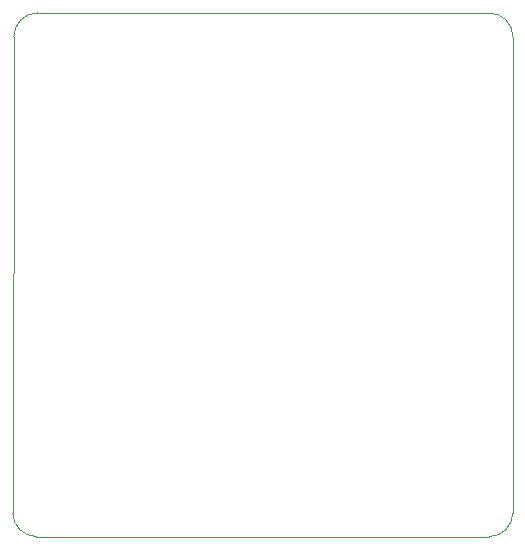
<source format=gbr>
%TF.GenerationSoftware,KiCad,Pcbnew,(6.0.2-0)*%
%TF.CreationDate,2022-05-22T12:16:40-06:00*%
%TF.ProjectId,epas-controller,65706173-2d63-46f6-9e74-726f6c6c6572,rev?*%
%TF.SameCoordinates,Original*%
%TF.FileFunction,Profile,NP*%
%FSLAX46Y46*%
G04 Gerber Fmt 4.6, Leading zero omitted, Abs format (unit mm)*
G04 Created by KiCad (PCBNEW (6.0.2-0)) date 2022-05-22 12:16:40*
%MOMM*%
%LPD*%
G01*
G04 APERTURE LIST*
%TA.AperFunction,Profile*%
%ADD10C,0.050000*%
%TD*%
G04 APERTURE END LIST*
D10*
X16414214Y-59835786D02*
X16500000Y-19500000D01*
X58750000Y-59835786D02*
X58750000Y-19500000D01*
X56750000Y-61835786D02*
X18414214Y-61835786D01*
X18500000Y-17500000D02*
X56750000Y-17500000D01*
X56750000Y-61835786D02*
G75*
G03*
X58750000Y-59835786I1J1999999D01*
G01*
X16414214Y-59835786D02*
G75*
G03*
X18414214Y-61835786I1999999J-1D01*
G01*
X58750000Y-19500000D02*
G75*
G03*
X56750000Y-17500000I-1999999J1D01*
G01*
X18500000Y-17500000D02*
G75*
G03*
X16500000Y-19500000I-1J-1999999D01*
G01*
M02*

</source>
